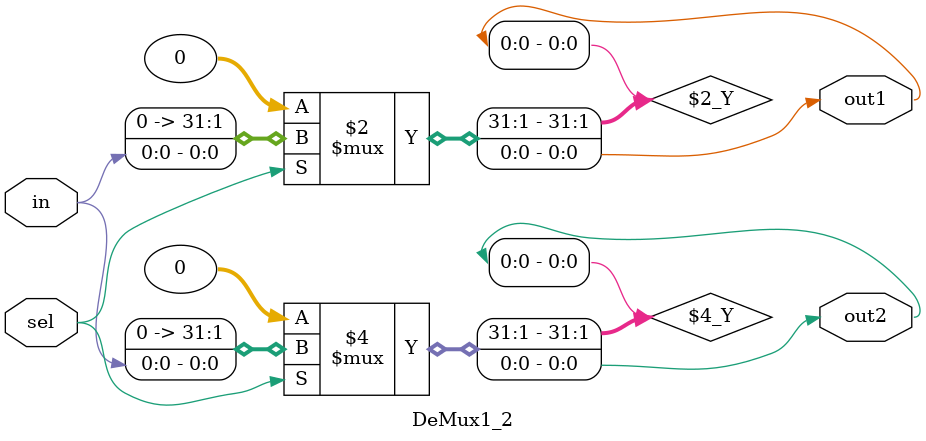
<source format=v>
`timescale 1ns / 1ps


module DeMux1_2 (
    sel,
    in,
    out1,
    out2
);
    parameter N=1;
    output [N-1:0] out1, out2;
    input [N-1:0] in;
    input sel;
    
    assign out1 = (sel)?in:0;
    assign out2 = (sel)?in:0;
endmodule
</source>
